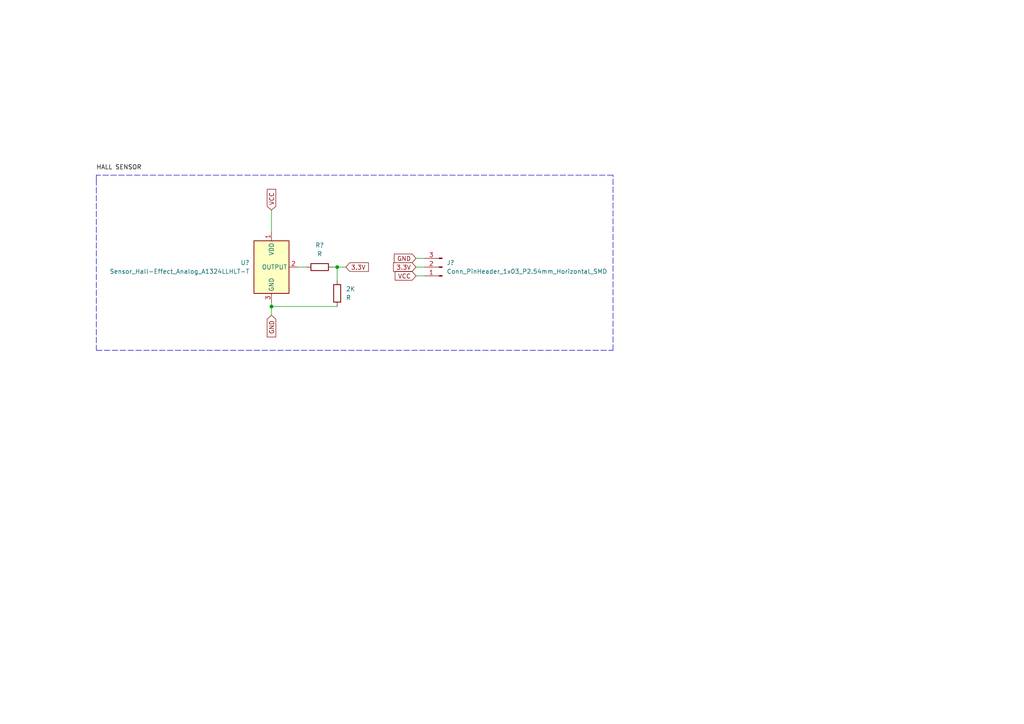
<source format=kicad_sch>
(kicad_sch (version 20211123) (generator eeschema)
  (paper "A4")
  (lib_symbols
    (symbol "fab:Conn_PinHeader_1x03_P2.54mm_Horizontal_SMD" (pin_names (offset 1.016) hide)
      (property "Reference" "J" (at 0 5.08 0))
      (property "Value" "Conn_PinHeader_1x03_P2.54mm_Horizontal_SMD" (at 0 -5.08 0))
      (symbol "Conn_PinHeader_1x03_P2.54mm_Horizontal_SMD_1_1"
        (polyline (pts (xy 1.27 -2.54) (xy 0.8636 -2.54)) (stroke (width 0.1524)))
        (polyline (pts (xy 1.27 0) (xy 0.8636 0)) (stroke (width 0.1524)))
        (polyline (pts (xy 1.27 2.54) (xy 0.8636 2.54)) (stroke (width 0.1524)))
        (rectangle (start 0.8636 -2.413) (end 0 -2.667) (stroke (width 0.1524)) (fill (type outline)))
        (rectangle (start 0.8636 0.127) (end 0 -0.127) (stroke (width 0.1524)) (fill (type outline)))
        (rectangle (start 0.8636 2.667) (end 0 2.413) (stroke (width 0.1524)) (fill (type outline)))
        (pin passive line (at 5.08 2.54 180) (length 3.81) (name "Pin_1") (number "1"))
        (pin passive line (at 5.08 0 180) (length 3.81) (name "Pin_2") (number "2"))
        (pin passive line (at 5.08 -2.54 180) (length 3.81) (name "Pin_3") (number "3"))
      )
    )
    (symbol "fab:R" (pin_numbers hide) (pin_names (offset 0))
      (property "Reference" "R" (at 2.032 0 90))
      (property "Value" "R" (at 0 0 90))
      (symbol "R_0_1"
        (rectangle (start -1.016 -2.54) (end 1.016 2.54) (stroke (width 0.254)))
      )
      (symbol "R_1_1"
        (pin passive line (at 0 3.81 270) (length 1.27) (name "~") (number "1"))
        (pin passive line (at 0 -3.81 90) (length 1.27) (name "~") (number "2"))
      )
    )
    (symbol "fab:Sensor_Hall-Effect_Analog_A1324LLHLT-T"
      (property "Reference" "U" (at -5.08 8.89 0))
      (property "Value" "Sensor_Hall-Effect_Analog_A1324LLHLT-T" (at 7.62 8.89 0))
      (symbol "Sensor_Hall-Effect_Analog_A1324LLHLT-T_0_1"
        (rectangle (start 5.08 7.62) (end -5.08 -7.62) (stroke (width 0.254)) (fill (type background)))
      )
      (symbol "Sensor_Hall-Effect_Analog_A1324LLHLT-T_1_1"
        (pin power_in line (at 0 10.16 270) (length 2.54) (name "VDD") (number "1"))
        (pin open_collector line (at 7.62 0 180) (length 2.54) (name "OUTPUT") (number "2"))
        (pin power_in line (at 0 -10.16 90) (length 2.54) (name "GND") (number "3"))
      )
    )
  )
  (junction (at 97.79 77.47))
  (junction (at 78.74 88.9))
  (polyline (pts (xy 27.94 52.07) (xy 27.94 101.6)))
  (wire (pts (xy 120.65 77.47) (xy 123.19 77.47)))
  (polyline (pts (xy 177.8 101.6) (xy 177.8 50.8)))
  (wire (pts (xy 120.65 74.93) (xy 123.19 74.93)))
  (wire (pts (xy 78.74 87.63) (xy 78.74 88.9)))
  (wire (pts (xy 120.65 80.01) (xy 123.19 80.01)))
  (wire (pts (xy 97.79 77.47) (xy 100.33 77.47)))
  (wire (pts (xy 78.74 88.9) (xy 97.79 88.9)))
  (wire (pts (xy 97.79 77.47) (xy 97.79 81.28)))
  (wire (pts (xy 78.74 88.9) (xy 78.74 91.44)))
  (polyline (pts (xy 27.94 50.8) (xy 27.94 52.07)))
  (wire (pts (xy 96.52 77.47) (xy 97.79 77.47)))
  (polyline (pts (xy 177.8 50.8) (xy 27.94 50.8)))
  (wire (pts (xy 78.74 60.96) (xy 78.74 67.31)))
  (polyline (pts (xy 27.94 101.6) (xy 177.8 101.6)))
  (wire (pts (xy 86.36 77.47) (xy 88.9 77.47)))
  (label "HALL SENSOR" (at 27.94 49.53 0))
  (global_label "VCC" (shape input) (at 78.74 60.96 90) (property "Intersheet References" "${INTERSHEET_REFS}" (effects hide)))
  (global_label "GND" (shape input) (at 78.74 91.44 270) (property "Intersheet References" "${INTERSHEET_REFS}" (effects hide)))
  (global_label "3.3V" (shape input) (at 120.65 77.47 180) (property "Intersheet References" "${INTERSHEET_REFS}" (effects hide)))
  (global_label "GND" (shape input) (at 120.65 74.93 180) (property "Intersheet References" "${INTERSHEET_REFS}" (effects hide)))
  (global_label "3.3V" (shape input) (at 100.33 77.47 0) (property "Intersheet References" "${INTERSHEET_REFS}" (effects hide)))
  (global_label "VCC" (shape input) (at 120.65 80.01 180) (property "Intersheet References" "${INTERSHEET_REFS}" (effects hide)))
  (symbol (lib_id "fab:Sensor_Hall-Effect_Analog_A1324LLHLT-T") (at 78.74 77.47 0) (unit 1)
    (property "Reference" "U?" (at 72.39 76.1999 0) (effects (justify right)))
    (property "Value" "Sensor_Hall-Effect_Analog_A1324LLHLT-T" (at 72.39 78.7399 0) (effects (justify right)))
    (property "Footprint" "fab:SOT-23W" (effects hide))
    (property "Datasheet" "https://www.allegromicro.com/~/media/Files/Datasheets/A1324-5-6-Datasheet.ashx" (effects hide))
  )
  (symbol (lib_id "fab:R") (at 92.71 77.47 90) (unit 1)
    (property "Reference" "R?" (at 92.71 71.12 90))
    (property "Value" "R" (at 92.71 73.66 90))
    (property "Footprint" "fab:R_1206" (effects hide))
  )
  (symbol (lib_id "fab:Conn_PinHeader_1x03_P2.54mm_Horizontal_SMD") (at 128.27 77.47 180) (unit 1)
    (property "Reference" "J?" (at 129.54 76.1999 0) (effects (justify right)))
    (property "Value" "Conn_PinHeader_1x03_P2.54mm_Horizontal_SMD" (at 129.54 78.7399 0) (effects (justify right)))
    (property "Footprint" "fab:PinHeader_1x03_P2.54mm_Horizontal_SMD" (effects hide))
  )
  (symbol (lib_id "fab:R") (at 97.79 85.09 0) (unit 1)
    (property "Reference" "2K" (at 100.33 83.8199 0) (effects (justify left)))
    (property "Value" "R" (at 100.33 86.3599 0) (effects (justify left)))
    (property "Footprint" "fab:R_1206" (effects hide))
  )
)
</source>
